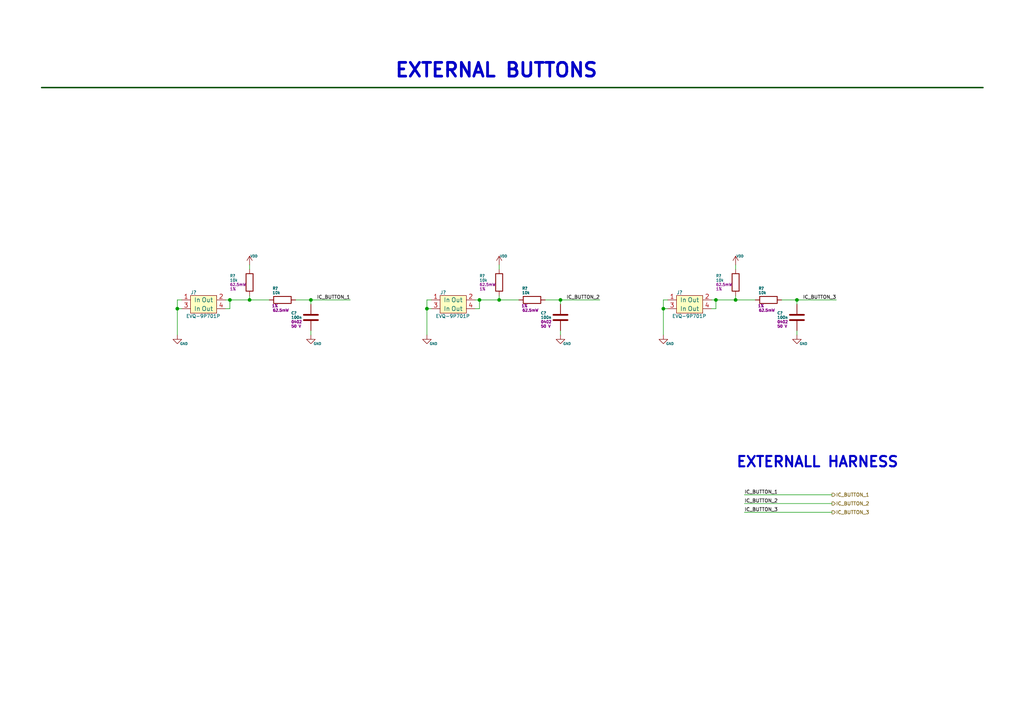
<source format=kicad_sch>
(kicad_sch (version 20211123) (generator eeschema)
  (paper "A4")
  (lib_symbols
    (symbol "Device:C" (pin_numbers hide) (pin_names (offset 0.254))
      (property "Reference" "C" (at 0.635 2.54 0))
      (property "Value" "C" (at 0.635 -2.54 0))
      (symbol "C_0_1"
        (polyline (pts (xy -2.032 -0.762) (xy 2.032 -0.762)) (stroke (width 0.508)))
        (polyline (pts (xy -2.032 0.762) (xy 2.032 0.762)) (stroke (width 0.508)))
      )
      (symbol "C_1_1"
        (pin passive line (at 0 3.81 270) (length 2.794) (name "~") (number "1"))
        (pin passive line (at 0 -3.81 90) (length 2.794) (name "~") (number "2"))
      )
    )
    (symbol "Device:R" (pin_numbers hide) (pin_names (offset 0))
      (property "Reference" "R" (at 2.032 0 90))
      (property "Value" "R" (at 0 0 90))
      (symbol "R_0_1"
        (rectangle (start -1.016 -2.54) (end 1.016 2.54) (stroke (width 0.254)))
      )
      (symbol "R_1_1"
        (pin passive line (at 0 3.81 270) (length 1.27) (name "~") (number "1"))
        (pin passive line (at 0 -3.81 90) (length 1.27) (name "~") (number "2"))
      )
    )
    (symbol "FZ6N_GATEWAY:EVQ-9P701P" (pin_names (offset 1.016))
      (property "Reference" "J" (at -3.175 3.175 0))
      (property "Value" "EVQ-9P701P" (at 0 -3.81 0))
      (symbol "EVQ-9P701P_0_1"
        (rectangle (start -3.81 2.54) (end 3.81 -2.54) (fill (type background)))
      )
      (symbol "EVQ-9P701P_1_1"
        (pin input line (at -6.35 1.27 0) (length 2.54) (name "In") (number "1"))
        (pin output line (at 6.35 1.27 180) (length 2.54) (name "Out") (number "2"))
        (pin input line (at -6.35 -1.27 0) (length 2.54) (name "In") (number "3"))
        (pin output line (at 6.35 -1.27 180) (length 2.54) (name "Out") (number "4"))
      )
    )
    (symbol "power:GND" (power) (pin_names (offset 0))
      (property "Value" "GND" (at 0 -3.81 0))
      (symbol "GND_0_1"
        (polyline (pts (xy 0 0) (xy 0 -1.27) (xy 1.27 -1.27) (xy 0 -2.54) (xy -1.27 -1.27) (xy 0 -1.27)))
      )
      (symbol "GND_1_1"
        (pin power_in line (at 0 0 270) (length 0) hide (name "GND") (number "1"))
      )
    )
    (symbol "power:VDD" (power) (pin_names (offset 0))
      (property "Value" "VDD" (at 0 3.81 0))
      (symbol "VDD_0_1"
        (polyline (pts (xy -0.762 1.27) (xy 0 2.54)))
        (polyline (pts (xy 0 0) (xy 0 2.54)))
        (polyline (pts (xy 0 2.54) (xy 0.762 1.27)))
      )
      (symbol "VDD_1_1"
        (pin power_in line (at 0 0 90) (length 0) hide (name "VDD") (number "1"))
      )
    )
  )
  (junction (at 162.56 86.995))
  (junction (at 207.645 86.995))
  (junction (at 51.435 89.535))
  (junction (at 90.17 86.995))
  (junction (at 66.675 86.995))
  (junction (at 231.14 86.995))
  (junction (at 123.825 89.535))
  (junction (at 139.065 86.995))
  (junction (at 192.405 89.535))
  (junction (at 72.39 86.995))
  (junction (at 213.36 86.995))
  (junction (at 144.78 86.995))
  (wire (pts (xy 207.645 89.535) (xy 207.645 86.995)))
  (wire (pts (xy 226.695 86.995) (xy 231.14 86.995)))
  (wire (pts (xy 90.17 86.995) (xy 90.17 88.265)))
  (wire (pts (xy 162.56 97.155) (xy 162.56 95.885)))
  (wire (pts (xy 51.435 86.995) (xy 51.435 89.535)))
  (wire (pts (xy 51.435 89.535) (xy 51.435 97.155)))
  (wire (pts (xy 162.56 86.995) (xy 162.56 88.265)))
  (wire (pts (xy 206.375 86.995) (xy 207.645 86.995)))
  (wire (pts (xy 215.9 146.05) (xy 241.3 146.05)))
  (wire (pts (xy 213.36 78.105) (xy 213.36 76.835)))
  (wire (pts (xy 213.36 85.725) (xy 213.36 86.995)))
  (wire (pts (xy 213.36 86.995) (xy 219.075 86.995)))
  (wire (pts (xy 85.725 86.995) (xy 90.17 86.995)))
  (wire (pts (xy 231.14 86.995) (xy 231.14 88.265)))
  (wire (pts (xy 123.825 86.995) (xy 123.825 89.535)))
  (wire (pts (xy 158.115 86.995) (xy 162.56 86.995)))
  (wire (pts (xy 215.9 148.59) (xy 241.3 148.59)))
  (wire (pts (xy 72.39 78.105) (xy 72.39 76.835)))
  (wire (pts (xy 193.675 86.995) (xy 192.405 86.995)))
  (wire (pts (xy 52.705 89.535) (xy 51.435 89.535)))
  (wire (pts (xy 125.095 86.995) (xy 123.825 86.995)))
  (wire (pts (xy 144.78 85.725) (xy 144.78 86.995)))
  (wire (pts (xy 66.675 89.535) (xy 66.675 86.995)))
  (wire (pts (xy 90.17 97.155) (xy 90.17 95.885)))
  (wire (pts (xy 65.405 86.995) (xy 66.675 86.995)))
  (wire (pts (xy 139.065 89.535) (xy 139.065 86.995)))
  (wire (pts (xy 137.795 89.535) (xy 139.065 89.535)))
  (wire (pts (xy 231.14 97.155) (xy 231.14 95.885)))
  (wire (pts (xy 139.065 86.995) (xy 144.78 86.995)))
  (wire (pts (xy 72.39 85.725) (xy 72.39 86.995)))
  (wire (pts (xy 192.405 86.995) (xy 192.405 89.535)))
  (wire (pts (xy 192.405 89.535) (xy 192.405 97.155)))
  (wire (pts (xy 66.675 86.995) (xy 72.39 86.995)))
  (wire (pts (xy 231.14 86.995) (xy 242.57 86.995)))
  (wire (pts (xy 206.375 89.535) (xy 207.645 89.535)))
  (wire (pts (xy 90.17 86.995) (xy 101.6 86.995)))
  (wire (pts (xy 65.405 89.535) (xy 66.675 89.535)))
  (wire (pts (xy 193.675 89.535) (xy 192.405 89.535)))
  (wire (pts (xy 52.705 86.995) (xy 51.435 86.995)))
  (wire (pts (xy 123.825 89.535) (xy 123.825 97.155)))
  (polyline (pts (xy 12.065 25.4) (xy 285.115 25.4)) (stroke (width 0.4064) (type solid) (color 0 72 0 1)))
  (wire (pts (xy 125.095 89.535) (xy 123.825 89.535)))
  (wire (pts (xy 207.645 86.995) (xy 213.36 86.995)))
  (wire (pts (xy 72.39 86.995) (xy 78.105 86.995)))
  (wire (pts (xy 137.795 86.995) (xy 139.065 86.995)))
  (wire (pts (xy 162.56 86.995) (xy 173.99 86.995)))
  (wire (pts (xy 144.78 86.995) (xy 150.495 86.995)))
  (wire (pts (xy 215.9 143.51) (xy 241.3 143.51)))
  (wire (pts (xy 144.78 78.105) (xy 144.78 76.835)))
  (text "EXTERNALL HARNESS" (at 213.36 135.89 0) (effects (font (size 2.9972 2.9972) (thickness 0.5994) bold) (justify left bottom)))
  (text "EXTERNAL BUTTONS" (at 114.3 22.86 0) (effects (font (size 3.9878 3.9878) (thickness 0.7976) bold) (justify left bottom)))
  (label "IC_BUTTON_3" (at 242.57 86.995 180) (effects (font (size 0.9906 0.9906))))
  (label "IC_BUTTON_1" (at 215.9 143.51 0) (effects (font (size 0.9906 0.9906))))
  (label "IC_BUTTON_3" (at 215.9 148.59 0) (effects (font (size 0.9906 0.9906))))
  (label "IC_BUTTON_2" (at 173.99 86.995 180) (effects (font (size 0.9906 0.9906))))
  (label "IC_BUTTON_2" (at 215.9 146.05 0) (effects (font (size 0.9906 0.9906))))
  (label "IC_BUTTON_1" (at 101.6 86.995 180) (effects (font (size 0.9906 0.9906))))
  (hierarchical_label "IC_BUTTON_1" (shape output) (at 241.3 143.51 0) (effects (font (size 0.9906 0.9906))))
  (hierarchical_label "IC_BUTTON_2" (shape output) (at 241.3 146.05 0) (effects (font (size 0.9906 0.9906))))
  (hierarchical_label "IC_BUTTON_3" (shape output) (at 241.3 148.59 0) (effects (font (size 0.9906 0.9906))))
  (symbol (lib_id "power:VDD") (at 72.39 76.835 0)
    (property "Reference" "#PWR?" (effects hide))
    (property "Value" "VDD" (at 73.66 74.295 0) (effects (font (size 0.7112 0.7112))))
  )
  (symbol (lib_id "power:GND") (at 90.17 97.155 0) (mirror y)
    (property "Reference" "#PWR?" (effects hide))
    (property "Value" "GND" (at 92.075 99.695 0) (effects (font (size 0.7112 0.7112))))
  )
  (symbol (lib_id "Device:C") (at 90.17 92.075 0)
    (property "Reference" "C?" (at 84.455 90.805 0) (effects (font (size 0.7874 0.7874)) (justify left)))
    (property "Value" "100n" (at 84.455 92.075 0) (effects (font (size 0.7874 0.7874)) (justify left)))
    (property "Footprint" "Capacitor_SMD:C_0402_1005Metric" (effects hide))
    (property "Datasheet" "https://pl.mouser.com/datasheet/2/281/1/GRM155C71H104JE19_01A-1983567.pdf" (effects hide))
    (property "Manufacturer" "Murata Electronics" (effects hide))
    (property "Mfg number" "GRM155C71H104JE19D " (effects hide))
    (property "Package" "0402" (at 84.455 93.345 0) (effects (font (size 0.7874 0.7874)) (justify left)))
    (property "Voltage" "50 V" (at 84.455 94.615 0) (effects (font (size 0.7874 0.7874)) (justify left)))
    (property "Izolation material" "X7S" (effects hide))
    (property "Tolerance" "5%" (effects hide))
  )
  (symbol (lib_id "Device:R") (at 72.39 81.915 0) (mirror x)
    (property "Reference" "R?" (at 66.675 80.01 0) (effects (font (size 0.7874 0.7874)) (justify left)))
    (property "Value" "10k" (at 66.675 81.28 0) (effects (font (size 0.7874 0.7874)) (justify left)))
    (property "Footprint" "Resistor_SMD:R_0402_1005Metric" (effects hide))
    (property "Datasheet" "https://pl.mouser.com/datasheet/2/447/PYu_RC_Group_51_RoHS_L_10-1664068.pdf" (effects hide))
    (property "Manufacturer" "Yageo " (effects hide))
    (property "Package" "0402" (effects hide))
    (property "Part Number" "RC0402FR-0710KL" (effects hide))
    (property "Nominal Power" "62.5mW" (at 66.675 82.55 0) (effects (font (size 0.7874 0.7874)) (justify left)))
    (property "Tolerance" "1%" (at 66.675 83.82 0) (effects (font (size 0.7874 0.7874)) (justify left)))
    (property "Voltage" "50V" (effects hide))
    (property "Type" "Thick Film" (effects hide))
    (property "TempCo" "100PPM/C" (effects hide))
  )
  (symbol (lib_id "Device:R") (at 81.915 86.995 90) (mirror x)
    (property "Reference" "R?" (at 80.645 83.185 90) (effects (font (size 0.7874 0.7874)) (justify left top)))
    (property "Value" "10k" (at 81.28 84.455 90) (effects (font (size 0.7874 0.7874)) (justify left top)))
    (property "Footprint" "Resistor_SMD:R_0402_1005Metric" (effects hide))
    (property "Datasheet" "https://pl.mouser.com/datasheet/2/447/PYu_RC_Group_51_RoHS_L_10-1664068.pdf" (effects hide))
    (property "Manufacturer" "Yageo " (effects hide))
    (property "Package" "0402" (effects hide))
    (property "Part Number" "RC0402FR-0710KL" (effects hide))
    (property "Nominal Power" "62.5mW" (at 83.82 89.535 90) (effects (font (size 0.7874 0.7874)) (justify left top)))
    (property "Tolerance" "1%" (at 80.645 88.265 90) (effects (font (size 0.7874 0.7874)) (justify left top)))
    (property "Voltage" "50V" (effects hide))
    (property "Type" "Thick Film" (effects hide))
    (property "TempCo" "100PPM/C" (effects hide))
  )
  (symbol (lib_id "FZ6N_GATEWAY:EVQ-9P701P") (at 59.055 88.265 0) (unit 1)
    (property "Reference" "J?" (at 56.134 84.836 0) (effects (font (size 0.9906 0.9906))))
    (property "Value" "EVQ-9P701P" (at 58.928 91.694 0) (effects (font (size 0.9906 0.9906))))
    (property "Footprint" "FZ6N_GATEWAY:EVQ-9P701P" (effects hide))
    (property "Datasheet" "https://pl.mouser.com/datasheet/2/315/sw_lt_eng_3529s_side-1289027.pdf" (effects hide))
  )
  (symbol (lib_id "power:GND") (at 51.435 97.155 0) (mirror y)
    (property "Reference" "#PWR?" (effects hide))
    (property "Value" "GND" (at 53.34 99.695 0) (effects (font (size 0.7112 0.7112))))
  )
  (symbol (lib_id "power:VDD") (at 144.78 76.835 0)
    (property "Reference" "#PWR?" (effects hide))
    (property "Value" "VDD" (at 146.05 74.295 0) (effects (font (size 0.7112 0.7112))))
  )
  (symbol (lib_id "power:GND") (at 162.56 97.155 0) (mirror y)
    (property "Reference" "#PWR?" (effects hide))
    (property "Value" "GND" (at 164.465 99.695 0) (effects (font (size 0.7112 0.7112))))
  )
  (symbol (lib_id "Device:C") (at 162.56 92.075 0)
    (property "Reference" "C?" (at 156.845 90.805 0) (effects (font (size 0.7874 0.7874)) (justify left)))
    (property "Value" "100n" (at 156.845 92.075 0) (effects (font (size 0.7874 0.7874)) (justify left)))
    (property "Footprint" "Capacitor_SMD:C_0402_1005Metric" (effects hide))
    (property "Datasheet" "https://pl.mouser.com/datasheet/2/281/1/GRM155C71H104JE19_01A-1983567.pdf" (effects hide))
    (property "Manufacturer" "Murata Electronics" (effects hide))
    (property "Mfg number" "GRM155C71H104JE19D " (effects hide))
    (property "Package" "0402" (at 156.845 93.345 0) (effects (font (size 0.7874 0.7874)) (justify left)))
    (property "Voltage" "50 V" (at 156.845 94.615 0) (effects (font (size 0.7874 0.7874)) (justify left)))
    (property "Izolation material" "X7S" (effects hide))
    (property "Tolerance" "5%" (effects hide))
  )
  (symbol (lib_id "Device:R") (at 144.78 81.915 0) (mirror x)
    (property "Reference" "R?" (at 139.065 80.01 0) (effects (font (size 0.7874 0.7874)) (justify left)))
    (property "Value" "10k" (at 139.065 81.28 0) (effects (font (size 0.7874 0.7874)) (justify left)))
    (property "Footprint" "Resistor_SMD:R_0402_1005Metric" (effects hide))
    (property "Datasheet" "https://pl.mouser.com/datasheet/2/447/PYu_RC_Group_51_RoHS_L_10-1664068.pdf" (effects hide))
    (property "Manufacturer" "Yageo " (effects hide))
    (property "Package" "0402" (effects hide))
    (property "Part Number" "RC0402FR-0710KL" (effects hide))
    (property "Nominal Power" "62.5mW" (at 139.065 82.55 0) (effects (font (size 0.7874 0.7874)) (justify left)))
    (property "Tolerance" "1%" (at 139.065 83.82 0) (effects (font (size 0.7874 0.7874)) (justify left)))
    (property "Voltage" "50V" (effects hide))
    (property "Type" "Thick Film" (effects hide))
    (property "TempCo" "100PPM/C" (effects hide))
  )
  (symbol (lib_id "Device:R") (at 154.305 86.995 90) (mirror x)
    (property "Reference" "R?" (at 153.035 83.185 90) (effects (font (size 0.7874 0.7874)) (justify left top)))
    (property "Value" "10k" (at 153.67 84.455 90) (effects (font (size 0.7874 0.7874)) (justify left top)))
    (property "Footprint" "Resistor_SMD:R_0402_1005Metric" (effects hide))
    (property "Datasheet" "https://pl.mouser.com/datasheet/2/447/PYu_RC_Group_51_RoHS_L_10-1664068.pdf" (effects hide))
    (property "Manufacturer" "Yageo " (effects hide))
    (property "Package" "0402" (effects hide))
    (property "Part Number" "RC0402FR-0710KL" (effects hide))
    (property "Nominal Power" "62.5mW" (at 156.21 89.535 90) (effects (font (size 0.7874 0.7874)) (justify left top)))
    (property "Tolerance" "1%" (at 153.035 88.265 90) (effects (font (size 0.7874 0.7874)) (justify left top)))
    (property "Voltage" "50V" (effects hide))
    (property "Type" "Thick Film" (effects hide))
    (property "TempCo" "100PPM/C" (effects hide))
  )
  (symbol (lib_id "FZ6N_GATEWAY:EVQ-9P701P") (at 131.445 88.265 0) (unit 1)
    (property "Reference" "J?" (at 128.524 84.836 0) (effects (font (size 0.9906 0.9906))))
    (property "Value" "EVQ-9P701P" (at 131.318 91.694 0) (effects (font (size 0.9906 0.9906))))
    (property "Footprint" "FZ6N_GATEWAY:EVQ-9P701P" (effects hide))
    (property "Datasheet" "https://pl.mouser.com/datasheet/2/315/sw_lt_eng_3529s_side-1289027.pdf" (effects hide))
  )
  (symbol (lib_id "power:GND") (at 123.825 97.155 0) (mirror y)
    (property "Reference" "#PWR?" (effects hide))
    (property "Value" "GND" (at 125.73 99.695 0) (effects (font (size 0.7112 0.7112))))
  )
  (symbol (lib_id "power:VDD") (at 213.36 76.835 0)
    (property "Reference" "#PWR?" (effects hide))
    (property "Value" "VDD" (at 214.63 74.295 0) (effects (font (size 0.7112 0.7112))))
  )
  (symbol (lib_id "power:GND") (at 231.14 97.155 0) (mirror y)
    (property "Reference" "#PWR?" (effects hide))
    (property "Value" "GND" (at 233.045 99.695 0) (effects (font (size 0.7112 0.7112))))
  )
  (symbol (lib_id "Device:C") (at 231.14 92.075 0)
    (property "Reference" "C?" (at 225.425 90.805 0) (effects (font (size 0.7874 0.7874)) (justify left)))
    (property "Value" "100n" (at 225.425 92.075 0) (effects (font (size 0.7874 0.7874)) (justify left)))
    (property "Footprint" "Capacitor_SMD:C_0402_1005Metric" (effects hide))
    (property "Datasheet" "https://pl.mouser.com/datasheet/2/281/1/GRM155C71H104JE19_01A-1983567.pdf" (effects hide))
    (property "Manufacturer" "Murata Electronics" (effects hide))
    (property "Mfg number" "GRM155C71H104JE19D " (effects hide))
    (property "Package" "0402" (at 225.425 93.345 0) (effects (font (size 0.7874 0.7874)) (justify left)))
    (property "Voltage" "50 V" (at 225.425 94.615 0) (effects (font (size 0.7874 0.7874)) (justify left)))
    (property "Izolation material" "X7S" (effects hide))
    (property "Tolerance" "5%" (effects hide))
  )
  (symbol (lib_id "Device:R") (at 213.36 81.915 0) (mirror x)
    (property "Reference" "R?" (at 207.645 80.01 0) (effects (font (size 0.7874 0.7874)) (justify left)))
    (property "Value" "10k" (at 207.645 81.28 0) (effects (font (size 0.7874 0.7874)) (justify left)))
    (property "Footprint" "Resistor_SMD:R_0402_1005Metric" (effects hide))
    (property "Datasheet" "https://pl.mouser.com/datasheet/2/447/PYu_RC_Group_51_RoHS_L_10-1664068.pdf" (effects hide))
    (property "Manufacturer" "Yageo " (effects hide))
    (property "Package" "0402" (effects hide))
    (property "Part Number" "RC0402FR-0710KL" (effects hide))
    (property "Nominal Power" "62.5mW" (at 207.645 82.55 0) (effects (font (size 0.7874 0.7874)) (justify left)))
    (property "Tolerance" "1%" (at 207.645 83.82 0) (effects (font (size 0.7874 0.7874)) (justify left)))
    (property "Voltage" "50V" (effects hide))
    (property "Type" "Thick Film" (effects hide))
    (property "TempCo" "100PPM/C" (effects hide))
  )
  (symbol (lib_id "Device:R") (at 222.885 86.995 90) (mirror x)
    (property "Reference" "R?" (at 221.615 83.185 90) (effects (font (size 0.7874 0.7874)) (justify left top)))
    (property "Value" "10k" (at 222.25 84.455 90) (effects (font (size 0.7874 0.7874)) (justify left top)))
    (property "Footprint" "Resistor_SMD:R_0402_1005Metric" (effects hide))
    (property "Datasheet" "https://pl.mouser.com/datasheet/2/447/PYu_RC_Group_51_RoHS_L_10-1664068.pdf" (effects hide))
    (property "Manufacturer" "Yageo " (effects hide))
    (property "Package" "0402" (effects hide))
    (property "Part Number" "RC0402FR-0710KL" (effects hide))
    (property "Nominal Power" "62.5mW" (at 224.79 89.535 90) (effects (font (size 0.7874 0.7874)) (justify left top)))
    (property "Tolerance" "1%" (at 221.615 88.265 90) (effects (font (size 0.7874 0.7874)) (justify left top)))
    (property "Voltage" "50V" (effects hide))
    (property "Type" "Thick Film" (effects hide))
    (property "TempCo" "100PPM/C" (effects hide))
  )
  (symbol (lib_id "FZ6N_GATEWAY:EVQ-9P701P") (at 200.025 88.265 0) (unit 1)
    (property "Reference" "J?" (at 197.104 84.836 0) (effects (font (size 0.9906 0.9906))))
    (property "Value" "EVQ-9P701P" (at 199.898 91.694 0) (effects (font (size 0.9906 0.9906))))
    (property "Footprint" "FZ6N_GATEWAY:EVQ-9P701P" (effects hide))
    (property "Datasheet" "https://pl.mouser.com/datasheet/2/315/sw_lt_eng_3529s_side-1289027.pdf" (effects hide))
  )
  (symbol (lib_id "power:GND") (at 192.405 97.155 0) (mirror y)
    (property "Reference" "#PWR?" (effects hide))
    (property "Value" "GND" (at 194.31 99.695 0) (effects (font (size 0.7112 0.7112))))
  )
)
</source>
